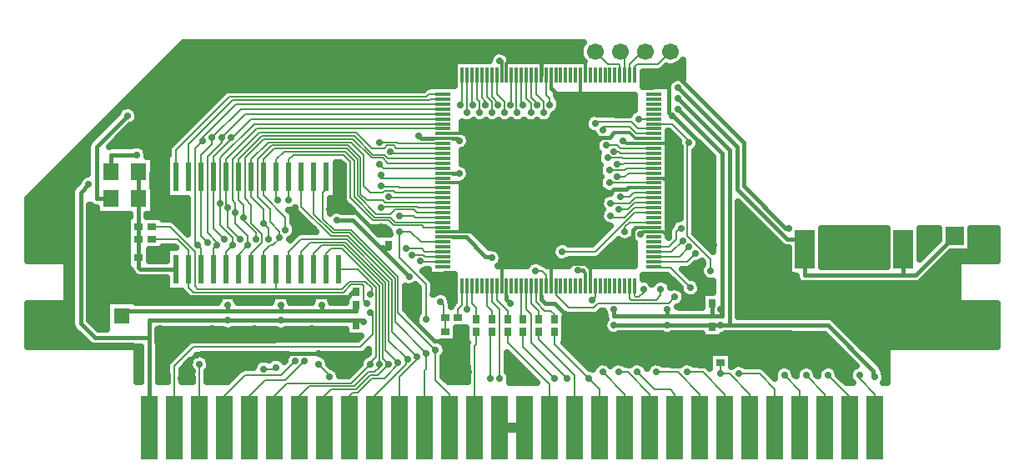
<source format=gbr>
G04 DipTrace 2.4.0.2*
%INBottom.gbr*%
%MOIN*%
%ADD13C,0.0059*%
%ADD14C,0.0157*%
%ADD15C,0.0118*%
%ADD16C,0.0394*%
%ADD17C,0.025*%
%ADD19R,0.0748X0.0748*%
%ADD20C,0.0669*%
%ADD21R,0.0787X0.1575*%
%ADD22R,0.0354X0.0276*%
%ADD23R,0.063X0.063*%
%ADD24C,0.063*%
%ADD25R,0.0276X0.0354*%
%ADD26R,0.063X0.0709*%
%ADD27R,0.0709X0.2559*%
%ADD28R,0.0118X0.063*%
%ADD29R,0.063X0.0118*%
%ADD34R,0.0236X0.1181*%
%ADD37C,0.0276*%
%FSLAX44Y44*%
G04*
G70*
G90*
G75*
G01*
%LNBottom*%
%LPD*%
X22083Y11076D2*
D13*
Y10357D1*
X22249Y10190D1*
Y9750D1*
X22186Y5399D2*
Y8685D1*
X22249Y8748D1*
Y9238D1*
X14438Y10313D2*
D14*
Y10063D1*
X12313D1*
Y10313D1*
X29877Y10125D2*
Y9875D1*
X27752D1*
Y10125D1*
X30315Y18126D2*
X32065Y16376D1*
Y9875D1*
X31690D1*
X29877D1*
X8062D2*
Y9938D1*
X8187Y10063D1*
X12313D1*
X14438D2*
X16063D1*
Y10313D1*
X18501Y12563D2*
X18751D1*
Y12688D1*
X16688Y13688D2*
X17313D1*
X18439Y12563D1*
X18501D1*
X18439D2*
X19564Y11438D1*
X16063Y10063D2*
X17438D1*
Y10250D1*
Y10313D1*
X25232Y11076D2*
D15*
Y11978D1*
D14*
X26807D1*
X28234D1*
X28502Y12247D1*
Y13320D1*
X28600Y13418D1*
D15*
X29346D1*
X26807Y11076D2*
Y11978D1*
X23264Y11076D2*
Y11801D1*
D14*
X23252Y11813D1*
Y12563D1*
X24648D1*
X25232Y11978D1*
X20921Y13222D2*
D15*
X22405D1*
D14*
X23064Y12563D1*
X23252D1*
X20921Y15190D2*
D15*
X22376D1*
D14*
Y14751D1*
Y13205D1*
X23064Y12563D1*
X20921Y17159D2*
D15*
X22376D1*
D14*
Y15190D1*
X22625D1*
X22626Y15188D1*
X25232Y19501D2*
D15*
Y18958D1*
D14*
X25502Y18689D1*
Y18564D1*
Y17159D1*
X22376D1*
X26413Y19501D2*
D15*
Y17159D1*
D14*
X25502D1*
X29346Y14993D2*
D15*
X28307D1*
D14*
X28252Y14938D1*
X27752D1*
X27564Y14751D1*
X22376D1*
X25689Y18376D2*
X25502Y18564D1*
X23189Y20064D2*
D15*
X23264D1*
Y19501D1*
X32002Y10125D2*
D14*
X32065Y9875D1*
X31690Y10375D2*
Y9875D1*
X29346Y16962D2*
D15*
X28604D1*
X28377Y17188D1*
X27752D1*
D14*
X27564Y17001D1*
X26552D1*
X26413Y17159D1*
X14438Y9688D2*
X12313D1*
X9186Y5399D2*
Y9688D1*
Y9000D1*
X7000D1*
X6437Y9563D1*
Y14813D1*
X6750Y15126D1*
X27752Y9500D2*
X29877D1*
X30315Y18564D2*
X32377Y16501D1*
Y9500D1*
X36315D1*
X38128Y7687D1*
Y7437D1*
X38187D1*
X12313Y9688D2*
X9186D1*
X8688Y16313D2*
X7648D1*
Y15626D1*
X29877Y9500D2*
X31690D1*
X32377D1*
X17438D2*
Y9688D1*
X12313D1*
X31690Y9500D2*
Y9437D1*
X14438Y9688D2*
X17688D1*
X17751Y9625D1*
X32002Y9500D2*
X32377D1*
X23186Y5399D2*
D16*
X24186D1*
X8750Y13438D2*
D14*
Y12938D1*
Y14563D2*
Y15626D1*
Y14563D2*
Y13438D1*
Y12938D2*
Y12188D1*
X10250Y11737D2*
X8825D1*
X8750Y11813D1*
Y12188D1*
X8312Y17876D2*
X7062Y16626D1*
Y14563D1*
X7648D1*
X30315Y19001D2*
X32690Y16626D1*
Y14938D1*
X34690Y12938D1*
X35378D1*
Y11500D1*
X39323D1*
X39816D1*
X41378Y13063D1*
X35393Y12543D2*
Y11500D1*
X39323Y12543D2*
Y11500D1*
X24752Y9238D2*
D13*
Y8938D1*
X26189Y7500D1*
Y5402D1*
X26186Y5399D1*
X24445Y11076D2*
Y10370D1*
X24752Y10063D1*
Y9750D1*
X25877Y7375D2*
X24439Y8813D1*
Y9938D1*
X24252Y10125D1*
Y11072D1*
X24248Y11076D1*
X14250Y15438D2*
Y14564D1*
X14313Y14501D1*
X14250Y15438D2*
Y16125D1*
X14563Y16438D1*
X17001D1*
X17376Y16063D1*
Y14626D1*
X18189Y13813D1*
X18814D1*
X19007Y13620D1*
X20917D1*
X20921Y13615D1*
X11875Y12688D2*
Y12813D1*
X11500Y13188D1*
Y16251D1*
X12063Y16813D1*
Y17001D1*
X11750Y11737D2*
Y12563D1*
X11875Y12688D1*
X12063Y17001D2*
X13008Y17946D1*
X20921D1*
X11500Y12813D2*
X11250Y13063D1*
Y14624D1*
Y16313D1*
X11688Y16751D1*
Y17001D1*
X11250Y15438D2*
Y14624D1*
X11688Y17001D2*
X12830Y18143D1*
X20921D1*
X11313Y16876D2*
X11000Y16563D1*
Y12813D1*
X11125Y12688D1*
X11250Y11737D2*
Y12563D1*
X11125Y12688D1*
X11313Y16876D2*
Y17001D1*
X12652Y18340D1*
X20921D1*
X11186Y5399D2*
X11188Y7937D1*
X14751Y14501D2*
Y15438D1*
X14750D1*
Y16125D1*
X14938Y16313D1*
X16938D1*
X17226Y16026D1*
Y14588D1*
X18126Y13688D1*
X18751D1*
X18939Y13501D1*
X20064D1*
X20146Y13418D1*
X20921D1*
X12186Y5399D2*
Y6686D1*
X13000Y7500D1*
X14438D1*
X15001Y8062D1*
X19689Y12313D2*
X20126D1*
X20202Y12237D1*
X20921D1*
X23854Y19501D2*
Y18023D1*
X23877Y18001D1*
X13186Y5399D2*
Y6686D1*
X13813Y7312D1*
X14626D1*
X15376Y8062D1*
X20001Y12063D2*
Y12041D1*
X20921D1*
X24051Y19501D2*
Y18389D1*
X24127Y18314D1*
X24248Y19501D2*
Y18567D1*
X24439Y18376D1*
Y18001D1*
X16376Y7437D2*
Y7500D1*
X15938Y7937D1*
X24445Y19501D2*
Y18620D1*
X24752Y18314D1*
X24689D1*
X22673Y19501D2*
Y18642D1*
X22876Y18439D1*
Y18001D1*
X21689Y19501D2*
Y18376D1*
X21626Y18314D1*
X22083Y19501D2*
Y18357D1*
X22126Y18314D1*
X23657Y19501D2*
Y18344D1*
X23627Y18314D1*
X23067Y19501D2*
Y18748D1*
X23377Y18439D1*
Y18001D1*
X22476Y19501D2*
Y18589D1*
X22626Y18439D1*
Y18314D1*
X13750Y11737D2*
Y12438D1*
X14001Y12688D1*
X14126D1*
X14438Y13000D1*
X14376D1*
Y13250D1*
X14001Y13626D1*
Y14126D1*
X13501Y14626D1*
Y16126D1*
X14063Y16688D1*
X17126D1*
X17626Y16188D1*
Y14751D1*
X17876Y14501D1*
X18501D1*
X18599Y14403D1*
X20921D1*
X24642Y19501D2*
Y18736D1*
X24939Y18439D1*
Y18001D1*
X25035Y19501D2*
Y18717D1*
X25189Y18564D1*
Y18314D1*
X21886Y19501D2*
Y18073D1*
X21876Y18063D1*
Y18001D1*
X22279Y19501D2*
Y18536D1*
X22376Y18439D1*
Y18001D1*
X14626Y13313D2*
Y13813D1*
X13751Y14688D1*
Y15438D1*
X13750D1*
Y16125D1*
X14188Y16563D1*
X17063D1*
X17501Y16126D1*
Y14688D1*
X18251Y13938D1*
X18814D1*
X19001Y14126D1*
X19751D1*
X19868Y14009D1*
X20921D1*
X13751Y7750D2*
X14188D1*
X14251Y7812D1*
X13938Y12938D2*
Y13375D1*
X13751Y13563D1*
Y14126D1*
X13250Y14626D1*
Y15438D1*
Y16125D1*
X13938Y16813D1*
X17251D1*
X17751Y16313D1*
Y15063D1*
X18001Y14813D1*
X18523D1*
X18586Y14876D1*
X18934D1*
X19014Y14796D1*
X20921D1*
X13438Y12938D2*
Y13188D1*
X12938Y13688D1*
Y13813D1*
X12750Y15438D2*
Y14501D1*
X12938Y14313D1*
Y13813D1*
X12750Y15438D2*
Y16126D1*
X13688Y17063D1*
X17376D1*
X18126Y16313D1*
X18564D1*
X18702Y16174D1*
X20921D1*
X12625Y14001D2*
Y13563D1*
X13125Y13063D1*
Y12688D1*
X12750Y11737D2*
Y12313D1*
X13125Y12688D1*
X12625Y14001D2*
Y14376D1*
X12500Y14501D1*
Y16126D1*
X13563Y17188D1*
X17438D1*
X18063Y16563D1*
X18564D1*
X18689Y16688D1*
X18939D1*
X19059Y16568D1*
X20921D1*
X12813Y12938D2*
X12313Y13438D1*
Y14188D1*
X12250Y15438D2*
Y14251D1*
X12313Y14188D1*
X12250Y15438D2*
Y16126D1*
X13480Y17355D1*
X20921D1*
X12500Y12688D2*
Y13000D1*
X12000Y13501D1*
Y14376D1*
X12250Y11737D2*
Y12438D1*
X12500Y12688D1*
X12000Y14376D2*
Y16188D1*
X13364Y17552D1*
X20921D1*
X12188Y12938D2*
X11750Y13375D1*
Y14699D1*
Y16251D1*
X12438Y16938D1*
Y17001D1*
X11750Y15438D2*
Y14699D1*
X12438Y16938D2*
X13250Y17751D1*
X20919D1*
X20921Y17749D1*
X19189Y13876D2*
X19751D1*
X19815Y13812D1*
X20921D1*
X20626Y8500D2*
Y7312D1*
X21186Y6752D1*
Y5399D1*
X16250Y15438D2*
X16188D1*
Y14876D1*
X16126Y14813D1*
Y13751D1*
X16563Y13313D1*
X17251D1*
X19126Y11438D1*
Y10000D1*
X20626Y8500D1*
X18439Y14188D2*
Y14251D1*
X19876D1*
X19921Y14206D1*
X20921D1*
X20251Y8375D2*
Y7754D1*
X20186Y7690D1*
Y5399D1*
X15750Y15438D2*
Y13939D1*
X16501Y13188D1*
X17188D1*
X19001Y11375D1*
Y9625D1*
X20251Y8375D1*
X18753Y14642D2*
Y14600D1*
X20921D1*
X19186Y5399D2*
Y7435D1*
X19876Y8125D1*
Y8250D1*
X15250Y15438D2*
Y14251D1*
X16438Y13063D1*
X17126D1*
X18876Y11313D1*
Y9250D1*
X19876Y8250D1*
X18439Y15063D2*
Y15051D1*
X19130D1*
X19188Y14993D1*
X20921D1*
X18186Y5399D2*
Y6685D1*
X19439Y7937D1*
Y8062D1*
X19501Y8125D1*
X14750Y11737D2*
Y12437D1*
X15251Y12938D1*
X17063D1*
X18751Y11250D1*
Y8875D1*
X19501Y8125D1*
X18439Y15501D2*
Y15387D1*
X20921D1*
X17186Y5399D2*
Y6685D1*
X17313Y6812D1*
X17501D1*
X18063Y7375D1*
X18564D1*
X19189Y8000D1*
X19126D1*
X15250Y11737D2*
Y12437D1*
X15626Y12813D1*
X17001D1*
X18626Y11188D1*
Y8500D1*
X19126Y8000D1*
X18376Y15938D2*
X18534Y15781D1*
X20921D1*
X16186Y5399D2*
Y6685D1*
X16438Y6937D1*
X17438D1*
X18001Y7500D1*
X18314D1*
X18751Y7937D1*
X15750Y11737D2*
Y12375D1*
X16063Y12688D1*
X16938D1*
X18501Y11125D1*
Y8187D1*
X18751Y7937D1*
X18814Y16438D2*
Y16371D1*
X20921D1*
X15186Y5399D2*
Y6686D1*
X15563Y7062D1*
X17376D1*
X17938Y7625D1*
X18189D1*
X18376Y7812D1*
Y7937D1*
X16250Y11737D2*
Y12375D1*
X16438Y12563D1*
X16876D1*
X18376Y11063D1*
Y7937D1*
Y16813D2*
X19064D1*
X19112Y16765D1*
X20921D1*
X14186Y5399D2*
Y6686D1*
X14688Y7187D1*
X17251D1*
X18001Y7937D1*
X16750Y11737D2*
X17514D1*
X18251Y11000D1*
Y8250D1*
X18001Y8000D1*
Y7937D1*
X22875Y9750D2*
Y10065D1*
X22673Y10266D1*
Y11076D1*
X22814Y7375D2*
Y9238D1*
X22875D1*
X10750Y15438D2*
Y16751D1*
X12500Y18501D1*
X20376D1*
X20412Y18537D1*
X20921D1*
X10250Y15438D2*
Y16501D1*
X12375Y18626D1*
X20251D1*
X20359Y18733D1*
X20921D1*
X19439Y12563D2*
X20064D1*
X20192Y12434D1*
X20921D1*
X19189Y13250D2*
Y12188D1*
X20251Y11125D1*
Y9750D1*
X19189Y13250D2*
X19626D1*
X20049Y12828D1*
X20921D1*
X22870Y19501D2*
Y18633D1*
X23127Y18376D1*
Y18314D1*
X31502Y8000D2*
D14*
Y8312D1*
X31690Y8500D1*
Y8926D1*
X29346Y16765D2*
D15*
X30016D1*
X30065Y16813D1*
X18751Y13200D2*
D14*
X18677D1*
X18439Y13438D1*
X29346Y15387D2*
D15*
X29740D1*
D14*
X29940D1*
Y16688D1*
X30065Y16813D1*
X29346Y13222D2*
D15*
X29719D1*
X29940Y13000D1*
X26610Y11076D2*
Y11580D1*
X26502Y11688D1*
D14*
X26314D1*
X20921Y15584D2*
D15*
X21315D1*
D14*
X21543D1*
X21564Y15563D1*
X20921Y13025D2*
D15*
X21315D1*
D14*
X21852D1*
X22626Y12250D1*
X22814D1*
X22876Y12188D1*
X20921Y16962D2*
D15*
X21315D1*
D14*
X21478D1*
X21564Y16876D1*
X20921Y16962D2*
D15*
X20527D1*
D14*
X20040D1*
X19939Y17063D1*
X23461Y11076D2*
D15*
Y10682D1*
D14*
Y10541D1*
X23627Y10375D1*
X24838Y11076D2*
D15*
Y10682D1*
D14*
Y10538D1*
X25002Y10375D1*
X25377D1*
X27189Y8562D1*
X31714D1*
X31690Y8500D1*
X23461Y19501D2*
D15*
Y19960D1*
X23564Y20064D1*
D14*
X25627D1*
D15*
X24925D1*
X24838Y19977D1*
D14*
Y19501D1*
X26610D2*
D15*
Y20080D1*
D14*
X26252Y20439D1*
X26002D1*
X21513Y9250D2*
Y7988D1*
X21939Y7562D1*
Y7625D1*
X29252Y11125D2*
Y11313D1*
X29377Y11438D1*
X29877D1*
X30502Y10813D1*
Y10625D1*
X30627Y10500D1*
X29346Y16765D2*
D15*
X28238D1*
X28127Y16876D1*
X16376Y14126D2*
D14*
X17313D1*
X18001Y13438D1*
X18439D1*
X29346Y13222D2*
D15*
X28911D1*
X28815Y13125D1*
X25627Y20064D2*
D14*
X26002Y20439D1*
X30440Y19751D2*
X30190D1*
X29940Y19501D1*
Y18001D1*
X30065Y17876D1*
X30440Y19751D2*
Y19314D1*
X32940Y16813D1*
Y15063D1*
X34628Y13375D1*
X34753D1*
X15938Y8375D2*
X11125D1*
X11063Y8312D1*
X30065Y17876D2*
X30127D1*
X31752Y16251D1*
X31690D1*
X11063Y8312D2*
X11000D1*
X10563Y7875D1*
Y7500D1*
X10438Y7375D1*
X21939Y7625D2*
Y7875D1*
X20939Y8875D1*
X20564D1*
X19501Y9938D1*
Y10875D1*
X17063Y10563D2*
Y10625D1*
X15251D1*
X13375D1*
X7562D1*
X7125Y10188D1*
Y9938D1*
X7062Y9875D1*
X17438Y10824D2*
X17325D1*
X17063Y10563D1*
X13375Y10500D2*
Y10625D1*
X15251Y10500D2*
Y10625D1*
X23189Y7375D2*
D13*
Y10125D1*
X22870Y10444D1*
Y11076D1*
X25035D2*
Y11505D1*
X24865Y11675D1*
X24627D1*
X10186Y5399D2*
Y7874D1*
X10938Y8625D1*
X17626D1*
X18126Y9125D1*
Y10000D1*
X18001D1*
X27004Y11076D2*
Y10627D1*
X26877Y10500D1*
X27186Y5399D2*
Y6940D1*
X26752Y7375D1*
X25377Y9238D2*
Y8750D1*
X26752Y7375D1*
X24642Y11076D2*
Y10423D1*
X24980Y10084D1*
X25225D1*
X25377Y9933D1*
Y9750D1*
X24127D2*
X24051D1*
Y11076D1*
X25377Y7375D2*
X24127Y8625D1*
Y9238D1*
X30752Y16813D2*
X30690Y16751D1*
Y13063D1*
X31614Y12139D1*
Y11661D1*
X29346Y17552D2*
X30076D1*
X30690Y16938D1*
Y16813D1*
X30752D1*
X29346Y16174D2*
X28113D1*
X28099Y16188D1*
X27502D1*
X23502Y9750D2*
Y10063D1*
X23067Y10497D1*
Y11076D1*
X25186Y5399D2*
Y7128D1*
X23502Y8813D1*
Y9238D1*
X29346Y12237D2*
X30364D1*
X30752Y12625D1*
X31186Y5399D2*
Y6753D1*
X30315Y7625D1*
X29440D1*
X28940Y10938D2*
Y10813D1*
X28752Y10625D1*
X28627D1*
X28565Y10688D1*
Y11062D1*
X28579Y11076D1*
X29346Y17355D2*
X28710D1*
X28440Y17626D1*
X27002D1*
Y17563D1*
X32186Y5399D2*
Y6753D1*
X31315Y7625D1*
X30690D1*
X29627Y10938D2*
Y10688D1*
X29440Y10500D1*
X28440D1*
X28377Y10563D1*
Y11071D1*
X28382Y11076D1*
X29346Y17159D2*
X28657D1*
X28377Y17438D1*
X27314D1*
Y17313D1*
X33186Y5399D2*
Y6753D1*
X32377Y7562D1*
X32002D1*
Y7988D1*
X32014Y8000D1*
X30190Y10625D2*
X29940Y10375D1*
X27127D1*
X26939Y10188D1*
X25939D1*
X25439Y10688D1*
Y11066D1*
X25429Y11076D1*
X29346Y16568D2*
X27997D1*
X27877Y16688D1*
X27439D1*
X29346Y12434D2*
X30061D1*
X30502Y12875D1*
X34186Y5399D2*
Y6941D1*
X33565Y7562D1*
X32753D1*
X30815Y11000D2*
X30002Y11813D1*
X29377D1*
X29346Y11844D1*
Y16371D2*
X27997D1*
X27930Y16438D1*
X27752D1*
X29346Y15978D2*
X28166D1*
X28127Y15938D1*
X27877D1*
X29346Y15781D2*
X28282D1*
X28190Y15688D1*
X27564D1*
X29346Y17749D2*
X28754D1*
X28752Y17751D1*
X29346Y12041D2*
X30667D1*
X31002Y12375D1*
X29346Y12631D2*
X29945D1*
X30252Y12938D1*
Y13250D1*
X30377Y13375D1*
X30440D1*
X29346Y13615D2*
X28367D1*
X28190Y13438D1*
Y13250D1*
X29346Y14403D2*
X28592D1*
X28315Y14126D1*
X27940D1*
X29346Y14796D2*
X28548D1*
X28377Y14626D1*
X28002D1*
X29346Y15584D2*
X28335D1*
X28190Y15438D1*
X27877D1*
X29346Y15190D2*
X28191D1*
X28190Y15188D1*
X27564D1*
X28186Y5399D2*
Y6753D1*
X27314Y7625D1*
X29346Y14600D2*
X28601D1*
X28377Y14376D1*
X27627D1*
X29186Y5399D2*
Y6753D1*
X28315Y7625D1*
X27940D1*
X29346Y14206D2*
X28582D1*
X28190Y13813D1*
X27690D1*
X27627Y13876D1*
X28690Y7625D2*
X29377Y6937D1*
X30002D1*
X30186Y6753D1*
Y5399D1*
X38186D2*
Y6750D1*
X37566Y7371D1*
Y7500D1*
X37186Y5399D2*
Y6629D1*
X36315Y7500D1*
X36186Y5399D2*
Y6754D1*
X35440Y7500D1*
X35186Y5399D2*
Y6879D1*
X34565Y7500D1*
X25689Y12438D2*
X27002D1*
X28565Y14001D1*
X29346D1*
Y14009D1*
X21513Y9813D2*
Y10137D1*
X21689Y10313D1*
Y11076D1*
X21001Y9813D2*
Y9250D1*
X14250Y11737D2*
Y10938D1*
X16876D1*
X17188Y11250D1*
X17813D1*
X18063Y11000D1*
Y10813D1*
X18001Y10750D1*
X9262Y13438D2*
X10000D1*
X11000Y12438D1*
Y11063D1*
X11125Y10938D1*
X14250D1*
X20814Y10438D2*
X20939Y10313D1*
Y9813D1*
X21001D1*
X13250Y11737D2*
Y12375D1*
X13688Y12813D1*
Y13125D1*
X13250Y13563D1*
Y14313D1*
X13000Y14563D1*
Y16188D1*
X13751Y16938D1*
X17313D1*
X18063Y16188D1*
X18501D1*
X18712Y15978D1*
X20921D1*
X10750Y11737D2*
Y11000D1*
X10938Y10813D1*
X16938D1*
X17251Y11125D1*
X17688D1*
X17751Y11063D1*
Y10500D1*
X17876Y10375D1*
X10750Y11737D2*
Y12500D1*
X10313Y12938D1*
X9262D1*
X21886Y11076D2*
Y10134D1*
X21876Y10125D1*
X28382Y19501D2*
Y19943D1*
X28815Y20376D1*
X28939D1*
X29002Y20439D1*
X28185Y19501D2*
Y20256D1*
X28002Y20439D1*
X28579Y19501D2*
Y19828D1*
X28690Y19939D1*
X29502D1*
X30002Y20439D1*
X27988Y19501D2*
Y19890D1*
X27940Y19939D1*
X27502D1*
X27002Y20439D1*
D37*
X25689Y12438D3*
X11188Y7937D3*
X38187Y7437D3*
X6750Y15126D3*
X12313Y10313D3*
X14438D3*
X12313Y9688D3*
X14438D3*
X27752Y9500D3*
Y10125D3*
X29877D3*
Y9500D3*
X27314Y7625D3*
X27940D3*
X28690D3*
X19876Y8250D3*
X19439Y12563D3*
X14751Y14501D3*
X18001Y10750D3*
X19189Y13250D3*
X19689Y12313D3*
X25689Y18376D3*
X21876Y10125D3*
X17876Y10375D3*
X20814Y10438D3*
X19189Y13876D3*
X18439Y14188D3*
X18753Y14642D3*
X18439Y15063D3*
Y15501D3*
X18376Y15938D3*
X11500Y12813D3*
X11875Y12688D3*
X12188Y12938D3*
X12500Y12688D3*
X12313Y14188D3*
X13125Y12688D3*
X13438Y12938D3*
X13938D3*
X14376Y13000D3*
X14626Y13313D3*
X20501Y10750D3*
X13751Y13563D3*
X12938Y13813D3*
X12813Y12938D3*
X11125Y12688D3*
X12625Y14001D3*
X12000Y14376D3*
X12438Y17001D3*
X12063D3*
X11688D3*
X11313Y16876D3*
X16063Y10313D3*
X17751Y9625D3*
X16376Y7437D3*
X15938Y7937D3*
X18814Y16438D3*
X32002Y9500D3*
X34565Y7500D3*
X35440D3*
X36315D3*
X37566D3*
X18376Y16813D3*
X23877Y18001D3*
X24127Y18314D3*
X14313Y14501D3*
X26877Y10500D3*
X28940Y10938D3*
X13751Y7750D3*
X14251Y7812D3*
X20251Y9750D3*
X15001Y14188D3*
X8312Y17876D3*
X20001Y12063D3*
X19564Y11438D3*
X16688Y13688D3*
X29627Y10938D3*
X30190Y10625D3*
X24627Y11675D3*
X30815Y11000D3*
X31002Y12375D3*
X30752Y12625D3*
X30502Y12875D3*
X30440Y13375D3*
X28190Y13250D3*
X18501Y12563D3*
X26752Y7375D3*
X29440Y7625D3*
X30690D3*
X32002Y7562D3*
X32753D3*
X21626Y18314D3*
X22126D3*
X22626D3*
X27627Y13876D3*
X27940Y14126D3*
X27627Y14376D3*
X28002Y14626D3*
X27564Y15188D3*
X27877Y15438D3*
X18001Y10000D3*
X15001Y8062D3*
X15376D3*
X24689Y18314D3*
X24439Y18001D3*
X27564Y15688D3*
X27877Y15938D3*
X24939Y18001D3*
X25189Y18314D3*
X27502Y16188D3*
X27752Y16438D3*
X27439Y16688D3*
X23377Y18001D3*
X23627Y18314D3*
X23127D3*
X8688Y16313D3*
X27314Y17313D3*
X32002Y10125D3*
X27002Y17563D3*
X31690Y14938D3*
X10375Y18439D3*
X28752Y17751D3*
X29940Y13000D3*
X26314Y11688D3*
X22814Y7375D3*
X23189D3*
X25377D3*
X25877D3*
X22626Y15188D3*
X21564Y15563D3*
X21376Y10813D3*
X22876Y12188D3*
X19939Y17063D3*
X21564Y16876D3*
X23627Y10375D3*
X43004Y8688D3*
X31690Y16251D3*
X36565Y12563D3*
X38128D3*
X19501Y10875D3*
X23189Y20064D3*
X30315Y18126D3*
Y18564D3*
Y19001D3*
X15751Y13375D3*
X21376Y7250D3*
X21939Y7625D3*
X22376Y18001D3*
X22876D3*
X21876D3*
X35190Y8875D3*
X37316Y7937D3*
X32628Y8187D3*
X31377Y8813D3*
X27127Y9813D3*
X25803Y9919D3*
X17938Y8437D3*
X30065Y16813D3*
X15938Y8375D3*
X18439Y13438D3*
X17001Y7625D3*
X17126Y9125D3*
X15688Y9375D3*
X11688D3*
X9750Y7375D3*
X8750D3*
X17063Y10563D3*
X13375Y10500D3*
X15251D3*
X7187Y13375D3*
X31315Y11438D3*
X30627Y10500D3*
X29252Y11125D3*
X28127Y16876D3*
X11438Y19501D3*
X16376Y14126D3*
X9750Y12125D3*
X13375Y9375D3*
X13438Y18939D3*
X28815Y13125D3*
X23689Y7375D3*
X24439D3*
X4375Y14563D3*
Y8688D3*
X6500D3*
X6562Y16688D3*
X30440Y19751D3*
X40316Y12875D3*
X30065Y17876D3*
X43004Y13313D3*
X7937Y18063D3*
X34753Y13375D3*
X8750Y8312D3*
X9625Y9375D3*
X11063Y8312D3*
X11688Y10500D3*
X29002Y19376D3*
X29752D3*
X31752Y12688D3*
X8250Y12813D3*
X10438Y7375D3*
X38628Y7250D3*
X4375Y10313D3*
Y12125D3*
X43004D3*
Y10313D3*
X14938Y13063D3*
X14688Y18939D3*
X32753Y9938D3*
X19501Y8125D3*
X19126Y8000D3*
X18751Y7937D3*
X18376D3*
X18001D3*
X20626Y8500D3*
X20251Y8375D3*
X31614Y11661D3*
X30752Y16813D3*
X26503Y8033D3*
X10327Y20565D2*
D17*
X26391D1*
X10081Y20316D2*
X22851D1*
X23526D2*
X26391D1*
X9831Y20068D2*
X21340D1*
X9581Y19819D2*
X21340D1*
X29823D2*
X30476D1*
X9335Y19570D2*
X21340D1*
X28929D2*
X30476D1*
X9085Y19322D2*
X21340D1*
X28929D2*
X30047D1*
X8835Y19073D2*
X21340D1*
X28929D2*
X29894D1*
X8589Y18824D2*
X12133D1*
X8339Y18576D2*
X11883D1*
X8089Y18327D2*
X11637D1*
X8687Y18078D2*
X11387D1*
X7593Y17830D2*
X7753D1*
X8737D2*
X11137D1*
X7343Y17581D2*
X7510D1*
X8612D2*
X10891D1*
X7097Y17332D2*
X7261D1*
X8280D2*
X10641D1*
X6847Y17083D2*
X7011D1*
X8030D2*
X10391D1*
X29952D2*
X30105D1*
X6597Y16835D2*
X6768D1*
X7780D2*
X10144D1*
X29952D2*
X30324D1*
X6351Y16586D2*
X6695D1*
X9007D2*
X9945D1*
X29952D2*
X30371D1*
X31109D2*
X31344D1*
X6101Y16337D2*
X6695D1*
X9112D2*
X9930D1*
X29952D2*
X30371D1*
X31011D2*
X31594D1*
X5851Y16089D2*
X6695D1*
X9355D2*
X9844D1*
X29952D2*
X30371D1*
X31011D2*
X31695D1*
X5605Y15840D2*
X6695D1*
X9355D2*
X9844D1*
X16659D2*
X16906D1*
X29952D2*
X30371D1*
X31011D2*
X31695D1*
X5355Y15591D2*
X6695D1*
X9355D2*
X9844D1*
X16659D2*
X16906D1*
X29952D2*
X30371D1*
X31011D2*
X31695D1*
X5105Y15343D2*
X6387D1*
X9355D2*
X9844D1*
X16659D2*
X16906D1*
X29952D2*
X30371D1*
X31011D2*
X31695D1*
X4859Y15094D2*
X6207D1*
X9355D2*
X9844D1*
X16659D2*
X16906D1*
X29952D2*
X30371D1*
X31011D2*
X31695D1*
X4609Y14845D2*
X6070D1*
X9355D2*
X9844D1*
X16659D2*
X16906D1*
X29952D2*
X30371D1*
X31011D2*
X31695D1*
X4359Y14597D2*
X6070D1*
X9355D2*
X9844D1*
X16659D2*
X16906D1*
X29952D2*
X30371D1*
X31011D2*
X31695D1*
X4337Y14348D2*
X6070D1*
X9355D2*
X10680D1*
X16444D2*
X17023D1*
X29952D2*
X30371D1*
X31011D2*
X31695D1*
X4337Y14099D2*
X6070D1*
X6808D2*
X7043D1*
X9355D2*
X10680D1*
X14808D2*
X14973D1*
X16444D2*
X17273D1*
X29952D2*
X30371D1*
X31011D2*
X31695D1*
X32745D2*
X33019D1*
X4337Y13851D2*
X6070D1*
X6808D2*
X8383D1*
X9120D2*
X10680D1*
X14944D2*
X15211D1*
X29952D2*
X30371D1*
X31011D2*
X31695D1*
X32745D2*
X33266D1*
X4337Y13602D2*
X6070D1*
X6808D2*
X8281D1*
X10276D2*
X10680D1*
X14944D2*
X15457D1*
X29952D2*
X30082D1*
X31011D2*
X31695D1*
X32745D2*
X33516D1*
X4337Y13353D2*
X6070D1*
X6808D2*
X8281D1*
X10526D2*
X10680D1*
X15050D2*
X15707D1*
X18159D2*
X18644D1*
X31011D2*
X31695D1*
X32745D2*
X33766D1*
X36077D2*
X38641D1*
X40007D2*
X40715D1*
X42042D2*
X43043D1*
X4337Y13104D2*
X6070D1*
X6808D2*
X8281D1*
X31089D2*
X31695D1*
X32745D2*
X34012D1*
X36077D2*
X38641D1*
X40007D2*
X40715D1*
X42042D2*
X43043D1*
X4337Y12856D2*
X6070D1*
X6808D2*
X8281D1*
X31339D2*
X31695D1*
X32745D2*
X34262D1*
X36077D2*
X38641D1*
X40007D2*
X40660D1*
X42042D2*
X43043D1*
X4337Y12607D2*
X6070D1*
X6808D2*
X8281D1*
X9730D2*
X10203D1*
X32745D2*
X34574D1*
X36077D2*
X38641D1*
X40007D2*
X40410D1*
X42042D2*
X43043D1*
X4337Y12358D2*
X6070D1*
X6808D2*
X8281D1*
X9218D2*
X9844D1*
X32745D2*
X34711D1*
X36077D2*
X38641D1*
X40007D2*
X40164D1*
X41187D2*
X43043D1*
X4337Y12110D2*
X6070D1*
X6808D2*
X8281D1*
X9218D2*
X9844D1*
X32745D2*
X34711D1*
X36077D2*
X38641D1*
X40937D2*
X43043D1*
X5901Y11861D2*
X6070D1*
X6808D2*
X8281D1*
X30929D2*
X31238D1*
X32745D2*
X34711D1*
X36077D2*
X38641D1*
X40687D2*
X41480D1*
X5901Y11612D2*
X6070D1*
X6808D2*
X8445D1*
X30644D2*
X31187D1*
X32745D2*
X34711D1*
X40441D2*
X41480D1*
X5901Y11364D2*
X6070D1*
X6808D2*
X9844D1*
X20452D2*
X21340D1*
X28929D2*
X30012D1*
X31015D2*
X31316D1*
X32745D2*
X35039D1*
X40191D2*
X41480D1*
X5901Y11115D2*
X6070D1*
X6808D2*
X9844D1*
X20569D2*
X21340D1*
X30015D2*
X30258D1*
X31226D2*
X31695D1*
X32745D2*
X41480D1*
X5901Y10866D2*
X6070D1*
X6808D2*
X10465D1*
X19444D2*
X19934D1*
X20569D2*
X21340D1*
X31218D2*
X31695D1*
X32745D2*
X41480D1*
X5901Y10618D2*
X6070D1*
X6808D2*
X10691D1*
X19444D2*
X19934D1*
X21198D2*
X21340D1*
X30964D2*
X31262D1*
X32745D2*
X41480D1*
X4337Y10369D2*
X6070D1*
X6808D2*
X7457D1*
X19444D2*
X19934D1*
X30526D2*
X31262D1*
X32745D2*
X43043D1*
X4337Y10120D2*
X6070D1*
X6808D2*
X7457D1*
X19448D2*
X19934D1*
X32745D2*
X43043D1*
X4337Y9872D2*
X6070D1*
X6808D2*
X7457D1*
X19694D2*
X19844D1*
X25804D2*
X27383D1*
X32745D2*
X43043D1*
X4337Y9623D2*
X6070D1*
X6890D2*
X7457D1*
X25804D2*
X27344D1*
X36702D2*
X43043D1*
X4337Y9374D2*
X6125D1*
X7136D2*
X7457D1*
X21468D2*
X21820D1*
X25804D2*
X27344D1*
X36952D2*
X43043D1*
X4337Y9125D2*
X6363D1*
X9554D2*
X17012D1*
X21468D2*
X21820D1*
X25804D2*
X27578D1*
X27925D2*
X29703D1*
X30050D2*
X31262D1*
X32175D2*
X36180D1*
X37202D2*
X43043D1*
X4337Y8877D2*
X6613D1*
X9554D2*
X10762D1*
X21468D2*
X21820D1*
X25804D2*
X36430D1*
X37448D2*
X43043D1*
X4337Y8628D2*
X8816D1*
X9554D2*
X10500D1*
X21034D2*
X21867D1*
X25941D2*
X36676D1*
X37698D2*
X43043D1*
X9554Y8379D2*
X10250D1*
X21034D2*
X21867D1*
X26187D2*
X31547D1*
X32480D2*
X36926D1*
X37948D2*
X38664D1*
X9554Y8131D2*
X10004D1*
X11566D2*
X13594D1*
X16316D2*
X17621D1*
X20944D2*
X21867D1*
X23507D2*
X23742D1*
X26437D2*
X31547D1*
X32480D2*
X37176D1*
X38194D2*
X38664D1*
X9554Y7882D2*
X9867D1*
X10636D2*
X10765D1*
X11612D2*
X13344D1*
X16437D2*
X17504D1*
X20944D2*
X21867D1*
X23507D2*
X23992D1*
X26687D2*
X26980D1*
X33023D2*
X34414D1*
X34718D2*
X35289D1*
X35593D2*
X36164D1*
X36468D2*
X37414D1*
X38437D2*
X38664D1*
X9554Y7633D2*
X9867D1*
X10507D2*
X10867D1*
X11507D2*
X12691D1*
X16753D2*
X17254D1*
X20944D2*
X21867D1*
X23523D2*
X24238D1*
X33937D2*
X34160D1*
X36722D2*
X37160D1*
X9554Y7385D2*
X9867D1*
X10507D2*
X10867D1*
X11507D2*
X12445D1*
X20995D2*
X21867D1*
X23616D2*
X24488D1*
X36870D2*
X37156D1*
X42017Y13378D2*
Y12424D1*
X41224D1*
X40059Y11257D1*
X39956Y11187D1*
X39816Y11157D1*
X35378D1*
X35256Y11179D1*
X35149Y11244D1*
X35073Y11342D1*
X35037Y11464D1*
X35043Y11424D1*
X34927Y11491D1*
X34734D1*
Y12596D1*
X34690Y12594D1*
X34568Y12617D1*
X34447Y12695D1*
X32721Y14421D1*
Y9841D1*
X33377Y9844D1*
X36315D1*
X36438Y9821D1*
X36558Y9743D1*
X38371Y7930D1*
X38443Y7824D1*
X38496Y7695D1*
X38561Y7589D1*
X38590Y7437D1*
X38571Y7314D1*
X38501Y7189D1*
X38692Y7188D1*
X38691Y8500D1*
X38752Y8605D1*
X38816Y8625D1*
X43066D1*
Y10375D1*
X41628D1*
X41523Y10436D1*
X41503Y10500D1*
Y11938D1*
X41565Y12043D1*
X41628Y12063D1*
X43066D1*
Y13376D1*
X42015D1*
X40740Y12912D2*
Y13373D1*
X40218Y13376D1*
X40134Y13359D1*
X39982D1*
Y12154D1*
X40741Y12912D1*
X38664Y11846D2*
Y13362D1*
X37884Y13359D1*
X36052D1*
Y11841D1*
X37503Y11844D1*
X38663D1*
X7608Y10455D2*
X8642D1*
Y10404D1*
X10812Y10406D1*
X11918D1*
X11969Y10517D1*
X10938Y10518D1*
X10813Y10547D1*
X10730Y10605D1*
X10505Y10839D1*
X10383Y10882D1*
X9867D1*
Y11394D1*
X8825D1*
X8703Y11416D1*
X8582Y11494D1*
X8462Y11625D1*
X8430Y11688D1*
X8415Y11737D1*
X8308Y11785D1*
X8312Y12591D1*
X8308Y12535D1*
X8312Y13341D1*
X8308Y13285D1*
Y13841D1*
X8405D1*
X8406Y13942D1*
X8170Y13948D1*
X8228Y13944D1*
X7068D1*
X7062Y14219D1*
X6940Y14242D1*
X6831Y14309D1*
X6862Y14284D1*
X6781Y14313D1*
Y9708D1*
X7142Y9344D1*
X7480D1*
X7483Y10455D1*
X7608D1*
X9192Y12532D2*
Y12079D1*
X9868Y12081D1*
X9867Y12593D1*
X10238D1*
X10188Y12644D1*
X9707D1*
X9704Y12535D1*
X9188D1*
X17036Y10406D2*
Y10538D1*
X16938Y10518D1*
X16411D1*
X16450Y10407D1*
X17036Y10406D1*
X17642Y9058D2*
X17036D1*
Y9343D1*
X14645Y9344D1*
X14568Y9307D1*
X14446Y9285D1*
X14322Y9302D1*
X14235Y9344D1*
X12520D1*
X12443Y9307D1*
X12320Y9285D1*
X12197Y9302D1*
X12109Y9344D1*
X9528D1*
X9530Y8188D1*
Y7246D1*
X9895Y7247D1*
X9892Y7874D1*
X9920Y7998D1*
X9978Y8082D1*
X10730Y8833D1*
X10838Y8901D1*
X10938Y8919D1*
X17506Y8922D1*
X17641Y9057D1*
X18360Y13130D2*
X18805D1*
X18788Y13247D1*
X18730Y13292D1*
X18626Y13394D1*
X18122D1*
X18175Y13312D1*
X18360Y13127D1*
X32093Y9110D2*
Y8995D1*
X31287D1*
Y9155D1*
X30084Y9156D1*
X30007Y9119D1*
X29885Y9097D1*
X29761Y9114D1*
X29674Y9156D1*
X27959D1*
X27882Y9119D1*
X27760Y9097D1*
X27636Y9114D1*
X27524Y9168D1*
X27433Y9254D1*
X27373Y9363D1*
X27350Y9485D1*
X27364Y9609D1*
X27416Y9722D1*
X27434Y9742D1*
X27408Y9875D1*
Y9918D1*
X27373Y9988D1*
X27355Y10083D1*
X27247Y10079D1*
X27148Y9979D1*
X27040Y9912D1*
X26939Y9893D1*
X25939D1*
X25815Y9922D1*
X25880Y9900D1*
X25779Y9817D1*
X25776Y9308D1*
X25779Y9055D1*
Y8796D1*
X25744D1*
X26764Y7779D1*
X26853Y7765D1*
X26928Y7732D1*
X26978Y7847D1*
X27062Y7939D1*
X27170Y8001D1*
X27292Y8027D1*
X27416Y8015D1*
X27530Y7965D1*
X27625Y7880D1*
X27687Y7939D1*
X27795Y8001D1*
X27917Y8027D1*
X28041Y8015D1*
X28155Y7965D1*
X28205Y7922D1*
X28374Y7912D1*
X28545Y8001D1*
X28667Y8027D1*
X28791Y8015D1*
X28905Y7965D1*
X28999Y7883D1*
X29064Y7773D1*
X29104Y7847D1*
X29187Y7939D1*
X29295Y8001D1*
X29417Y8027D1*
X29541Y8015D1*
X29655Y7965D1*
X29705Y7922D1*
X30319Y7919D1*
X30374Y7912D1*
X30545Y8001D1*
X30667Y8027D1*
X30791Y8015D1*
X30905Y7965D1*
X30955Y7922D1*
X31315Y7919D1*
X31439Y7891D1*
X31523Y7833D1*
X31570Y7786D1*
X31572Y8403D1*
X32456D1*
Y7844D1*
X32608Y7938D1*
X32730Y7964D1*
X32854Y7952D1*
X32968Y7903D1*
X33018Y7859D1*
X33565Y7857D1*
X33690Y7828D1*
X33773Y7771D1*
X34187Y7363D1*
X34163Y7485D1*
X34177Y7608D1*
X34229Y7722D1*
X34313Y7814D1*
X34421Y7876D1*
X34542Y7902D1*
X34666Y7890D1*
X34781Y7840D1*
X34874Y7758D1*
X34938Y7651D1*
X34967Y7514D1*
X35038Y7485D1*
X35052Y7608D1*
X35104Y7722D1*
X35188Y7814D1*
X35296Y7876D1*
X35418Y7902D1*
X35541Y7890D1*
X35656Y7840D1*
X35749Y7758D1*
X35813Y7651D1*
X35842Y7514D1*
X35913Y7485D1*
X35928Y7608D1*
X35979Y7722D1*
X36063Y7814D1*
X36171Y7876D1*
X36293Y7902D1*
X36417Y7890D1*
X36531Y7840D1*
X36624Y7758D1*
X36689Y7651D1*
X36718Y7514D1*
X37040Y7192D1*
X37309Y7190D1*
X37247Y7253D1*
X37187Y7363D1*
X37163Y7485D1*
X37178Y7608D1*
X37229Y7722D1*
X37313Y7814D1*
X37421Y7876D1*
X37448Y7882D1*
X36175Y9154D1*
X33565Y9156D1*
X32210D1*
X32133Y9119D1*
X32091Y9112D1*
X31412Y10817D2*
X31721D1*
Y11270D1*
X31621Y11258D1*
X31498Y11275D1*
X31386Y11329D1*
X31295Y11414D1*
X31235Y11523D1*
X31211Y11646D1*
X31226Y11769D1*
X31277Y11882D1*
X31317Y11926D1*
Y12019D1*
X31265Y12072D1*
X31133Y11994D1*
X31014Y11973D1*
X30876Y11832D1*
X30768Y11764D1*
X30667Y11746D1*
X30484D1*
X30826Y11405D1*
X30916Y11390D1*
X31030Y11341D1*
X31124Y11258D1*
X31188Y11152D1*
X31218Y11000D1*
X31198Y10877D1*
X31142Y10766D1*
X31055Y10677D1*
X30945Y10619D1*
X30822Y10598D1*
X30699Y10615D1*
X30590Y10667D1*
X30592Y10625D1*
X30573Y10502D1*
X30517Y10391D1*
X30430Y10302D1*
X30320Y10244D1*
X30262Y10234D1*
X30377Y10219D1*
X31287D1*
Y10817D1*
X31412D1*
X21444Y9407D2*
Y8847D1*
X20830D1*
X20935Y8758D1*
X20999Y8652D1*
X21029Y8500D1*
X21010Y8377D1*
X20954Y8266D1*
X20918Y8230D1*
X20923Y7432D1*
X21130Y7225D1*
X21895Y7222D1*
X21892Y8274D1*
X21893Y8704D1*
X21902Y8796D1*
X21847D1*
Y9410D1*
X21440D1*
X9088Y16245D2*
X9330D1*
X9326Y15006D1*
X9330Y15057D1*
Y13944D1*
X9094Y13938D1*
Y13840D1*
X9192Y13837D1*
X9445Y13841D1*
X9704D1*
Y13735D1*
X10000Y13733D1*
X10124Y13704D1*
X10208Y13646D1*
X10708Y13146D1*
X10706Y14582D1*
X9867Y14583D1*
Y16294D1*
X9957D1*
X9956Y16501D1*
X9984Y16625D1*
X10042Y16709D1*
X12167Y18834D1*
X12275Y18902D1*
X12375Y18920D1*
X20129D1*
X20233Y19000D1*
X20333Y19026D1*
X20341Y19057D1*
X21369D1*
X21365Y19921D1*
Y20081D1*
X22013Y20077D1*
X22259Y20081D1*
X22407Y20077D1*
X22652Y20081D1*
X22791D1*
X22801Y20172D1*
X22853Y20285D1*
X22937Y20378D1*
X23045Y20440D1*
X23166Y20466D1*
X23290Y20454D1*
X23404Y20404D1*
X23498Y20322D1*
X23562Y20215D1*
X23591Y20082D1*
X24178Y20077D1*
X24424Y20081D1*
X24572Y20077D1*
X24818Y20081D1*
X24966Y20077D1*
X25211Y20081D1*
X25359Y20077D1*
X25605Y20081D1*
X25753Y20077D1*
X25999Y20081D1*
X26147Y20077D1*
X26392Y20081D1*
X26523D1*
X26457Y20188D1*
X26417Y20306D1*
X26402Y20430D1*
X26414Y20554D1*
X26450Y20674D1*
X26511Y20783D1*
X26539Y20815D1*
X15752Y20814D1*
X10553D1*
X4312Y14574D1*
Y12063D1*
X5750D1*
X5855Y12002D1*
X5875Y11938D1*
Y10500D1*
X5814Y10395D1*
X5750Y10375D1*
X4312D1*
Y8625D1*
X8562D1*
X8668Y8564D1*
X8687Y8500D1*
X8688Y7250D1*
X8840Y7249D1*
X8843Y8024D1*
Y8653D1*
X8311Y8656D1*
X7000D1*
X6878Y8679D1*
X6757Y8757D1*
X6194Y9320D1*
X6124Y9422D1*
X6094Y9563D1*
Y14813D1*
X6116Y14935D1*
X6194Y15056D1*
X6357Y15219D1*
X6414Y15347D1*
X6497Y15440D1*
X6605Y15502D1*
X6716Y15525D1*
X6719Y16188D1*
Y16626D1*
X6741Y16748D1*
X6819Y16869D1*
X7921Y17971D1*
X7976Y18098D1*
X8060Y18190D1*
X8168Y18252D1*
X8290Y18278D1*
X8414Y18266D1*
X8528Y18216D1*
X8621Y18134D1*
X8686Y18027D1*
X8715Y17876D1*
X8696Y17753D1*
X8640Y17642D1*
X8553Y17553D1*
X8443Y17495D1*
X8408Y17489D1*
X7569Y16647D1*
X7648Y16657D1*
X8480D1*
X8543Y16689D1*
X8665Y16715D1*
X8789Y16703D1*
X8903Y16654D1*
X8997Y16572D1*
X9061Y16465D1*
X9090Y16313D1*
X9080Y16248D1*
X30501Y20111D2*
X30405Y19995D1*
X30304Y19921D1*
X30190Y19870D1*
X30068Y19843D1*
X29944Y19842D1*
X29841Y19863D1*
X29710Y19730D1*
X29602Y19663D1*
X29502Y19644D1*
X28904D1*
X28903Y19054D1*
X29766Y19057D1*
X29916D1*
X29927Y19110D1*
X29979Y19223D1*
X30062Y19315D1*
X30170Y19377D1*
X30292Y19403D1*
X30416Y19391D1*
X30505Y19352D1*
X30502Y20107D1*
X11571Y7814D2*
X11515Y7703D1*
X11480Y7667D1*
X11482Y7246D1*
X12324Y7242D1*
X12792Y7708D1*
X12900Y7776D1*
X13000Y7794D1*
X13348D1*
X13363Y7858D1*
X13414Y7972D1*
X13498Y8064D1*
X13606Y8126D1*
X13728Y8152D1*
X13852Y8140D1*
X13962Y8092D1*
X13998Y8126D1*
X14106Y8188D1*
X14228Y8214D1*
X14352Y8202D1*
X14466Y8153D1*
X14560Y8071D1*
X14574Y8047D1*
X14597Y8075D1*
X14613Y8171D1*
X14665Y8284D1*
X14709Y8333D1*
X13126Y8331D1*
X11289Y8327D1*
X11403Y8278D1*
X11497Y8196D1*
X11561Y8089D1*
X11590Y7937D1*
X11571Y7814D1*
X10895Y7667D2*
X10869Y7691D1*
X10809Y7800D1*
X10785Y7922D1*
X10800Y8046D1*
X10821Y8092D1*
X10481Y7749D1*
Y7245D1*
X10895D1*
X10893Y7661D1*
X14967Y14165D2*
X14881Y14120D1*
X14754Y14099D1*
X14834Y14021D1*
X14902Y13913D1*
X14920Y13813D1*
Y13590D1*
X14999Y13465D1*
X15028Y13313D1*
X15009Y13190D1*
X14953Y13079D1*
X14866Y12990D1*
X14773Y12941D1*
X14807Y12911D1*
X15042Y13146D1*
X15151Y13214D1*
X15251Y13232D1*
X15856D1*
X15042Y14043D1*
X14974Y14151D1*
X15005Y14090D1*
X14870Y13978D1*
X14916Y13863D1*
X20543Y10731D2*
X20561Y10752D1*
X20669Y10814D1*
X20791Y10840D1*
X20915Y10827D1*
X21029Y10778D1*
X21123Y10696D1*
X21187Y10589D1*
X21216Y10438D1*
X21229Y10362D1*
X21233Y10231D1*
X21247Y10261D1*
X21232Y10305D1*
X21273Y10307D1*
X21394Y10438D1*
Y10496D1*
X21365D1*
Y11523D1*
X20501Y11520D1*
X20341D1*
Y11744D1*
X20253Y11746D1*
X20112Y11678D1*
X20459Y11333D1*
X20527Y11225D1*
X20546Y11125D1*
Y10739D1*
X16465Y7828D2*
X16591Y7778D1*
X16685Y7696D1*
X16749Y7589D1*
X16775Y7479D1*
X17131Y7484D1*
X17598Y7951D1*
X17613Y8046D1*
X17665Y8159D1*
X17749Y8251D1*
X17857Y8313D1*
X17906Y8324D1*
X17957Y8375D1*
Y8543D1*
X17834Y8417D1*
X17726Y8349D1*
X17626Y8331D1*
X16039Y8327D1*
X16154Y8278D1*
X16247Y8196D1*
X16311Y8089D1*
X16340Y7952D1*
X16459Y7834D1*
X28905Y11337D2*
X29041Y11328D1*
X29155Y11278D1*
X29249Y11196D1*
X29279Y11146D1*
X29375Y11252D1*
X29483Y11314D1*
X29604Y11340D1*
X29728Y11328D1*
X29843Y11278D1*
X29936Y11196D1*
X30000Y11089D1*
X30023Y10995D1*
X30167Y11027D1*
X30291Y11015D1*
X30414Y10958D1*
X30413Y10989D1*
X29877Y11518D1*
X28899Y11520D1*
X28903Y11339D1*
X19858Y9685D2*
X19849Y9735D1*
X19863Y9859D1*
X19915Y9972D1*
X19954Y10015D1*
X19957Y11004D1*
X19825Y11135D1*
X19804Y11115D1*
X19694Y11057D1*
X19571Y11035D1*
X19448Y11052D1*
X19423Y11064D1*
X19421Y10121D1*
X19851Y9692D1*
X16418Y13982D2*
X16436Y14002D1*
X16544Y14064D1*
X16666Y14090D1*
X16789Y14078D1*
X16893Y14033D1*
X17317Y14031D1*
X17299Y14099D1*
X17018Y14380D1*
X16950Y14488D1*
X16932Y14588D1*
X16930Y15906D1*
X16813Y16019D1*
X16630D1*
X16633Y15169D1*
Y14583D1*
X16418D1*
X16420Y13989D1*
X23573Y7252D2*
X23563Y7219D1*
X24684Y7217D1*
X23484Y8414D1*
X23483Y7653D1*
X23562Y7526D1*
X23592Y7375D1*
X23573Y7252D1*
X29925Y15120D2*
Y14727D1*
Y14333D1*
Y13939D1*
X29926Y13492D1*
X30050Y13465D1*
X30104Y13597D1*
X30187Y13689D1*
X30295Y13751D1*
X30398Y13773D1*
X30395Y14813D1*
Y16629D1*
X30374Y16676D1*
X30350Y16798D1*
X30357Y16856D1*
X29951Y17258D1*
X29924D1*
X29922Y17228D1*
X29926Y16983D1*
X29922Y16835D1*
X29926Y16638D1*
Y16244D1*
Y15850D1*
Y15457D1*
Y15260D1*
Y14866D1*
Y14472D1*
Y14079D1*
Y13685D1*
Y13291D1*
X29958Y13264D1*
X29987Y13377D1*
X30047Y13461D1*
X29986Y13375D1*
X29926Y13367D1*
X29922Y13094D1*
X29926Y13025D1*
X29958Y13063D1*
Y13250D1*
X29984Y13372D1*
X31153Y16802D2*
X31136Y16690D1*
X31080Y16579D1*
X30982Y16485D1*
X30984Y13184D1*
X31724Y12445D1*
X31721Y13625D1*
Y16231D1*
X31156Y16798D1*
X12707Y10406D2*
X14049Y10410D1*
X14094Y10517D1*
X12688Y10518D1*
X12652Y10521D1*
X12686Y10464D1*
X12699Y10407D1*
X12688Y10518D1*
X12661D1*
X14833Y10406D2*
X15674Y10410D1*
X15719Y10517D1*
X14777Y10521D1*
X14811Y10464D1*
X14825Y10407D1*
X14813Y10518D1*
X14786D1*
X25595Y18440D2*
X28541D1*
X25599Y18191D2*
X28541D1*
X25372Y17943D2*
X26842D1*
X27161D2*
X28373D1*
X25224Y17694D2*
X26595D1*
X21714Y17445D2*
X26592D1*
X21833Y17196D2*
X26810D1*
X21985Y16948D2*
X27107D1*
X21950Y16699D2*
X27013D1*
X21714Y16450D2*
X27092D1*
X21714Y16202D2*
X27076D1*
X21714Y15953D2*
X27150D1*
X21966Y15704D2*
X27138D1*
X21978Y15456D2*
X27213D1*
X21774Y15207D2*
X27138D1*
X21714Y14958D2*
X27209D1*
X21714Y14710D2*
X27377D1*
X21714Y14461D2*
X27209D1*
X21714Y14212D2*
X27232D1*
X21714Y13964D2*
X27209D1*
X21714Y13715D2*
X27232D1*
X21714Y13466D2*
X27588D1*
X22169Y13217D2*
X27342D1*
X22419Y12969D2*
X27092D1*
X22669Y12720D2*
X25377D1*
X27724D2*
X28541D1*
X23188Y12471D2*
X25263D1*
X27478D2*
X28541D1*
X23302Y12223D2*
X25326D1*
X27228D2*
X28541D1*
X23243Y11974D2*
X24330D1*
X24923D2*
X26006D1*
X26716D2*
X28541D1*
X24152Y17714D2*
X24117Y17678D1*
X24007Y17620D1*
X23884Y17598D1*
X23761Y17615D1*
X23649Y17669D1*
X23629Y17688D1*
X23507Y17620D1*
X23384Y17598D1*
X23261Y17615D1*
X23149Y17669D1*
X23129Y17688D1*
X23007Y17620D1*
X22884Y17598D1*
X22761Y17615D1*
X22648Y17669D1*
X22629Y17688D1*
X22507Y17620D1*
X22384Y17598D1*
X22261Y17615D1*
X22148Y17669D1*
X22129Y17688D1*
X22007Y17620D1*
X21884Y17598D1*
X21761Y17615D1*
X21687Y17651D1*
X21689Y17255D1*
X21779Y17216D1*
X21873Y17134D1*
X21937Y17027D1*
X21967Y16876D1*
X21947Y16753D1*
X21891Y16642D1*
X21804Y16553D1*
X21690Y16494D1*
X21689Y15942D1*
X21779Y15904D1*
X21873Y15821D1*
X21937Y15715D1*
X21967Y15563D1*
X21947Y15440D1*
X21891Y15329D1*
X21804Y15240D1*
X21690Y15181D1*
Y13368D1*
X21852D1*
X21974Y13346D1*
X22095Y13268D1*
X22766Y12597D1*
X22978Y12578D1*
X23092Y12528D1*
X23186Y12446D1*
X23250Y12339D1*
X23279Y12188D1*
X23260Y12065D1*
X23204Y11954D1*
X23125Y11873D1*
X24279Y11875D1*
X24374Y11989D1*
X24482Y12051D1*
X24604Y12078D1*
X24728Y12065D1*
X24842Y12016D1*
X24898Y11967D1*
X25035Y11916D1*
X25081Y11875D1*
X25958D1*
X25978Y11910D1*
X26062Y12002D1*
X26170Y12064D1*
X26292Y12090D1*
X26415Y12078D1*
X26526Y12030D1*
X26624Y12009D1*
X26730Y11944D1*
X26785Y11874D1*
X28565Y11875D1*
Y12809D1*
X28496Y12879D1*
X28457Y12951D1*
X28430Y12927D1*
X28320Y12869D1*
X28197Y12848D1*
X28074Y12865D1*
X27962Y12919D1*
X27930Y12948D1*
X27210Y12230D1*
X27102Y12162D1*
X27002Y12143D1*
X25967D1*
X25820Y12057D1*
X25697Y12035D1*
X25574Y12052D1*
X25461Y12106D1*
X25371Y12191D1*
X25311Y12301D1*
X25287Y12423D1*
X25301Y12546D1*
X25353Y12660D1*
X25437Y12752D1*
X25545Y12814D1*
X25667Y12840D1*
X25790Y12828D1*
X25905Y12778D1*
X25954Y12735D1*
X26882D1*
X27620Y13472D1*
X27511Y13490D1*
X27399Y13544D1*
X27308Y13629D1*
X27248Y13738D1*
X27225Y13860D1*
X27239Y13984D1*
X27291Y14097D1*
X27314Y14123D1*
X27248Y14238D1*
X27225Y14360D1*
X27239Y14484D1*
X27291Y14597D1*
X27375Y14689D1*
X27483Y14752D1*
X27604Y14778D1*
X27572Y14786D1*
X27449Y14802D1*
X27336Y14856D1*
X27246Y14942D1*
X27186Y15051D1*
X27162Y15173D1*
X27177Y15297D1*
X27228Y15410D1*
X27252Y15436D1*
X27186Y15551D1*
X27162Y15673D1*
X27177Y15797D1*
X27223Y15899D1*
X27183Y15942D1*
X27123Y16051D1*
X27100Y16173D1*
X27114Y16297D1*
X27161Y16399D1*
X27121Y16442D1*
X27061Y16551D1*
X27037Y16673D1*
X27052Y16797D1*
X27103Y16910D1*
X27143Y16953D1*
X27086Y16981D1*
X26996Y17067D1*
X26942Y17166D1*
X26886Y17178D1*
X26774Y17232D1*
X26683Y17317D1*
X26623Y17426D1*
X26600Y17548D1*
X26614Y17672D1*
X26666Y17785D1*
X26750Y17877D1*
X26857Y17939D1*
X26979Y17966D1*
X27103Y17953D1*
X27178Y17921D1*
X28387Y17920D1*
X28416Y17973D1*
X28500Y18065D1*
X28564Y18102D1*
X28565Y18689D1*
X25459D1*
X25498Y18572D1*
X25562Y18465D1*
X25592Y18314D1*
X25573Y18191D1*
X25517Y18079D1*
X25430Y17990D1*
X25337Y17941D1*
X25323Y17878D1*
X25267Y17767D1*
X25180Y17678D1*
X25069Y17620D1*
X24947Y17598D1*
X24823Y17615D1*
X24711Y17669D1*
X24691Y17688D1*
X24569Y17620D1*
X24447Y17598D1*
X24323Y17615D1*
X24211Y17669D1*
X24163Y17714D1*
D19*
X41378Y13063D3*
D20*
X33308D3*
D21*
X39323Y12543D3*
X35393D3*
D23*
X8062Y9875D3*
D24*
X7062D3*
D22*
X8750Y12188D3*
X9262D3*
D25*
X17438Y10313D3*
Y10824D3*
Y9500D3*
Y8988D3*
X18751Y12688D3*
Y13200D3*
X31690Y9437D3*
Y8926D3*
Y10375D3*
Y10887D3*
D22*
X21001Y9250D3*
X21513D3*
X31502Y8000D3*
X32014D3*
D26*
X8750Y15626D3*
X7648D3*
X8750Y14563D3*
X7648D3*
D27*
X9186Y5399D3*
X10186D3*
X11186D3*
X12186D3*
X13186D3*
X14186D3*
X15186D3*
X16186D3*
X17186D3*
X18186D3*
X19186D3*
X20186D3*
X21186D3*
X22186D3*
X23186D3*
X24186D3*
X25186D3*
X26186D3*
X27186D3*
X28186D3*
X29186D3*
X30186D3*
X31186D3*
X32186D3*
X33186D3*
X34186D3*
X35186D3*
X36186D3*
X37186D3*
X38186D3*
G36*
X25667Y20773D2*
X26336D1*
Y20104D1*
X25667D1*
Y20773D1*
G37*
D20*
X27002Y20439D3*
X28002D3*
X29002D3*
X30002D3*
D22*
X8750Y13438D3*
X9262D3*
X8750Y12938D3*
X9262D3*
X21001Y9813D3*
X21513D3*
D25*
X22249Y9750D3*
Y9238D3*
X22875Y9750D3*
Y9238D3*
X23502Y9750D3*
Y9238D3*
X24127Y9750D3*
Y9238D3*
X24752Y9750D3*
Y9238D3*
X25377Y9750D3*
Y9238D3*
D28*
X21689Y19501D3*
X21886D3*
X22083D3*
X22279D3*
X22476D3*
X22673D3*
X22870D3*
X23067D3*
X23264D3*
X23461D3*
X23657D3*
X23854D3*
X24051D3*
X24248D3*
X24445D3*
X24642D3*
X24838D3*
X25035D3*
X25232D3*
X25429D3*
X25626D3*
X25823D3*
X26020D3*
X26216D3*
X26413D3*
X26610D3*
X26807D3*
X27004D3*
X27201D3*
X27398D3*
X27594D3*
X27791D3*
X27988D3*
X28185D3*
X28382D3*
X28579D3*
D29*
X29346Y18733D3*
Y18537D3*
Y18340D3*
Y18143D3*
Y17946D3*
Y17749D3*
Y17552D3*
Y17355D3*
Y17159D3*
Y16962D3*
Y16765D3*
Y16568D3*
Y16371D3*
Y16174D3*
Y15978D3*
Y15781D3*
Y15584D3*
Y15387D3*
Y15190D3*
Y14993D3*
Y14796D3*
Y14600D3*
Y14403D3*
Y14206D3*
Y14009D3*
Y13812D3*
Y13615D3*
Y13418D3*
Y13222D3*
Y13025D3*
Y12828D3*
Y12631D3*
Y12434D3*
Y12237D3*
Y12041D3*
Y11844D3*
D28*
X28579Y11076D3*
X28382D3*
X28185D3*
X27988D3*
X27791D3*
X27594D3*
X27398D3*
X27201D3*
X27004D3*
X26807D3*
X26610D3*
X26413D3*
X26216D3*
X26020D3*
X25823D3*
X25626D3*
X25429D3*
X25232D3*
X25035D3*
X24838D3*
X24642D3*
X24445D3*
X24248D3*
X24051D3*
X23854D3*
X23657D3*
X23461D3*
X23264D3*
X23067D3*
X22870D3*
X22673D3*
X22476D3*
X22279D3*
X22083D3*
X21886D3*
X21689D3*
D29*
X20921Y11844D3*
Y12041D3*
Y12237D3*
Y12434D3*
Y12631D3*
Y12828D3*
Y13025D3*
Y13222D3*
Y13418D3*
Y13615D3*
Y13812D3*
Y14009D3*
Y14206D3*
Y14403D3*
Y14600D3*
Y14796D3*
Y14993D3*
Y15190D3*
Y15387D3*
Y15584D3*
Y15781D3*
Y15978D3*
Y16174D3*
Y16371D3*
Y16568D3*
Y16765D3*
Y16962D3*
Y17159D3*
Y17355D3*
Y17552D3*
Y17749D3*
Y17946D3*
Y18143D3*
Y18340D3*
Y18537D3*
Y18733D3*
D34*
X10250Y15438D3*
X10750D3*
X11250D3*
X11750D3*
X12250D3*
X12750D3*
X13250D3*
X13750D3*
X14250D3*
X14750D3*
X15250D3*
X15750D3*
X16250D3*
X16750D3*
Y11737D3*
X16250D3*
X15750D3*
X15250D3*
X14750D3*
X14250D3*
X13750D3*
X13250D3*
X12750D3*
X12250D3*
X11750D3*
X11250D3*
X10750D3*
X10250D3*
M02*

</source>
